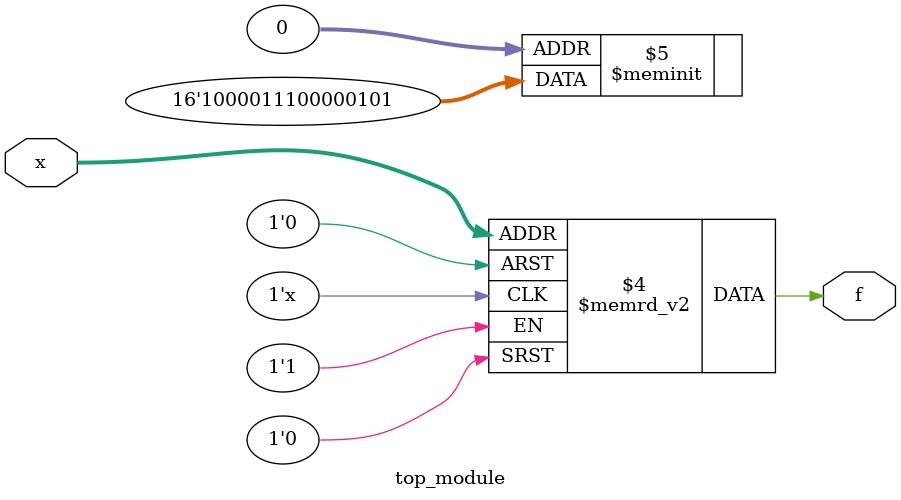
<source format=sv>
module top_module (
	input [4:1] x,
	output logic f
);

always @(*) begin
    case (x)
        4'b0000, 4'b0010: f = 1;
        4'b0001, 4'b0011, 4'b0100, 4'b0101, 4'b0110, 4'b0111: f = 0;
        4'b1000: f = 1;
        4'b1001: f = 1;
        4'b1010: f = 1;
        4'b1011: f = 0;
        4'b1100: f = 0;
        4'b1101: f = 0;
        4'b1110: f = 0;
        4'b1111: f = 1;
        default: f = 0; // should not occur, just for safety
    endcase
end

endmodule

</source>
